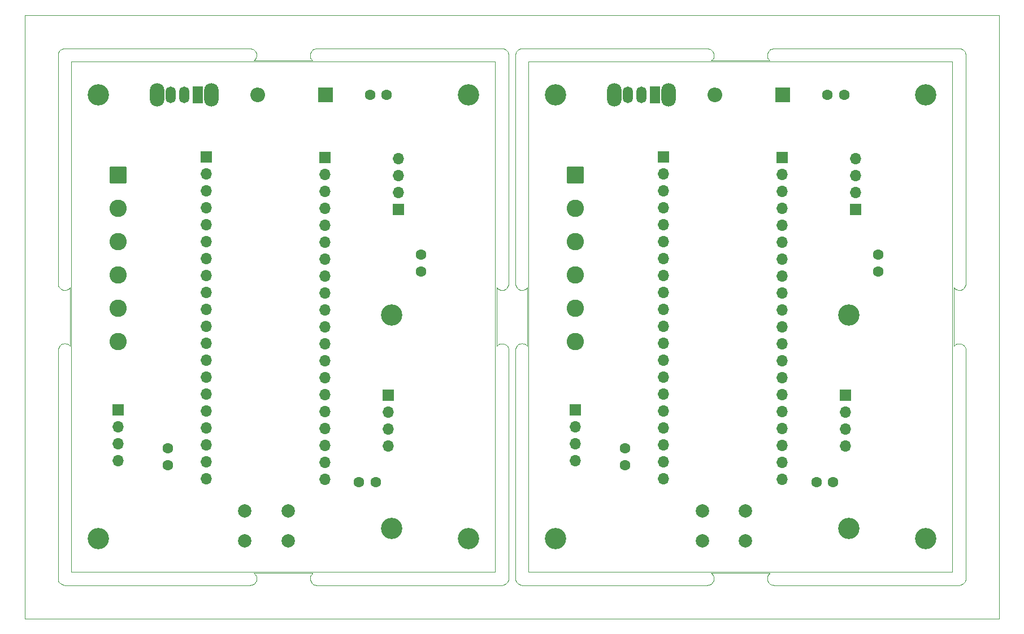
<source format=gbr>
G04 #@! TF.GenerationSoftware,KiCad,Pcbnew,9.0.0*
G04 #@! TF.CreationDate,2025-03-16T21:50:12+01:00*
G04 #@! TF.ProjectId,lightThermo_panel,6c696768-7454-4686-9572-6d6f5f70616e,1.1*
G04 #@! TF.SameCoordinates,PX3f9c2e0PY1312d00*
G04 #@! TF.FileFunction,Soldermask,Top*
G04 #@! TF.FilePolarity,Negative*
%FSLAX46Y46*%
G04 Gerber Fmt 4.6, Leading zero omitted, Abs format (unit mm)*
G04 Created by KiCad (PCBNEW 9.0.0) date 2025-03-16 21:50:12*
%MOMM*%
%LPD*%
G01*
G04 APERTURE LIST*
G04 Aperture macros list*
%AMRoundRect*
0 Rectangle with rounded corners*
0 $1 Rounding radius*
0 $2 $3 $4 $5 $6 $7 $8 $9 X,Y pos of 4 corners*
0 Add a 4 corners polygon primitive as box body*
4,1,4,$2,$3,$4,$5,$6,$7,$8,$9,$2,$3,0*
0 Add four circle primitives for the rounded corners*
1,1,$1+$1,$2,$3*
1,1,$1+$1,$4,$5*
1,1,$1+$1,$6,$7*
1,1,$1+$1,$8,$9*
0 Add four rect primitives between the rounded corners*
20,1,$1+$1,$2,$3,$4,$5,0*
20,1,$1+$1,$4,$5,$6,$7,0*
20,1,$1+$1,$6,$7,$8,$9,0*
20,1,$1+$1,$8,$9,$2,$3,0*%
G04 Aperture macros list end*
%ADD10C,3.200000*%
%ADD11R,1.700000X1.700000*%
%ADD12O,1.700000X1.700000*%
%ADD13C,1.600000*%
%ADD14RoundRect,0.250000X-1.050000X1.050000X-1.050000X-1.050000X1.050000X-1.050000X1.050000X1.050000X0*%
%ADD15C,2.600000*%
%ADD16C,2.000000*%
%ADD17O,2.200000X3.500000*%
%ADD18R,1.500000X2.500000*%
%ADD19O,1.500000X2.500000*%
%ADD20R,2.200000X2.200000*%
%ADD21O,2.200000X2.200000*%
G04 #@! TA.AperFunction,Profile*
%ADD22C,0.100000*%
G04 #@! TD*
G04 APERTURE END LIST*
D10*
G04 #@! TO.C,H1*
X11000000Y-12000000D03*
G04 #@! TD*
G04 #@! TO.C,H5*
X123500000Y-45000000D03*
G04 #@! TD*
G04 #@! TO.C,H2*
X135000000Y-12000000D03*
G04 #@! TD*
D11*
G04 #@! TO.C,J3*
X14025000Y-59200000D03*
D12*
X14025000Y-61740000D03*
X14025000Y-64280000D03*
X14025000Y-66820000D03*
G04 #@! TD*
D13*
G04 #@! TO.C,C4*
X59350000Y-35950000D03*
X59350000Y-38450000D03*
G04 #@! TD*
D11*
G04 #@! TO.C,J3*
X82525000Y-59200000D03*
D12*
X82525000Y-61740000D03*
X82525000Y-64280000D03*
X82525000Y-66820000D03*
G04 #@! TD*
D14*
G04 #@! TO.C,J6*
X82500000Y-24000000D03*
D15*
X82500000Y-29000000D03*
X82500000Y-34000000D03*
X82500000Y-39000000D03*
X82500000Y-44000000D03*
X82500000Y-49000000D03*
G04 #@! TD*
D16*
G04 #@! TO.C,SW2*
X101500000Y-74380000D03*
X108000000Y-74380000D03*
X101500000Y-78880000D03*
X108000000Y-78880000D03*
G04 #@! TD*
D11*
G04 #@! TO.C,J1*
X45000000Y-21320000D03*
D12*
X45000000Y-23860000D03*
X45000000Y-26400000D03*
X45000000Y-28940000D03*
X45000000Y-31480000D03*
X45000000Y-34020000D03*
X45000000Y-36560000D03*
X45000000Y-39100000D03*
X45000000Y-41640000D03*
X45000000Y-44180000D03*
X45000000Y-46720000D03*
X45000000Y-49260000D03*
X45000000Y-51800000D03*
X45000000Y-54340000D03*
X45000000Y-56880000D03*
X45000000Y-59420000D03*
X45000000Y-61960000D03*
X45000000Y-64500000D03*
X45000000Y-67040000D03*
X45000000Y-69580000D03*
G04 #@! TD*
D11*
G04 #@! TO.C,J2*
X27220000Y-21295000D03*
D12*
X27220000Y-23835000D03*
X27220000Y-26375000D03*
X27220000Y-28915000D03*
X27220000Y-31455000D03*
X27220000Y-33995000D03*
X27220000Y-36535000D03*
X27220000Y-39075000D03*
X27220000Y-41615000D03*
X27220000Y-44155000D03*
X27220000Y-46695000D03*
X27220000Y-49235000D03*
X27220000Y-51775000D03*
X27220000Y-54315000D03*
X27220000Y-56855000D03*
X27220000Y-59395000D03*
X27220000Y-61935000D03*
X27220000Y-64475000D03*
X27220000Y-67015000D03*
X27220000Y-69555000D03*
G04 #@! TD*
D10*
G04 #@! TO.C,H1*
X79500000Y-12000000D03*
G04 #@! TD*
D13*
G04 #@! TO.C,C1*
X122750000Y-12000000D03*
X120250000Y-12000000D03*
G04 #@! TD*
D11*
G04 #@! TO.C,J2*
X95720000Y-21295000D03*
D12*
X95720000Y-23835000D03*
X95720000Y-26375000D03*
X95720000Y-28915000D03*
X95720000Y-31455000D03*
X95720000Y-33995000D03*
X95720000Y-36535000D03*
X95720000Y-39075000D03*
X95720000Y-41615000D03*
X95720000Y-44155000D03*
X95720000Y-46695000D03*
X95720000Y-49235000D03*
X95720000Y-51775000D03*
X95720000Y-54315000D03*
X95720000Y-56855000D03*
X95720000Y-59395000D03*
X95720000Y-61935000D03*
X95720000Y-64475000D03*
X95720000Y-67015000D03*
X95720000Y-69555000D03*
G04 #@! TD*
D10*
G04 #@! TO.C,H4*
X135000000Y-78500000D03*
G04 #@! TD*
D13*
G04 #@! TO.C,C3*
X121100000Y-70050000D03*
X118600000Y-70050000D03*
G04 #@! TD*
D10*
G04 #@! TO.C,H2*
X66500000Y-12000000D03*
G04 #@! TD*
G04 #@! TO.C,H6*
X123500000Y-77000000D03*
G04 #@! TD*
D17*
G04 #@! TO.C,SW1*
X28000000Y-12000000D03*
X19800000Y-12000000D03*
D18*
X25900000Y-12000000D03*
D19*
X23900000Y-12000000D03*
X21900000Y-12000000D03*
G04 #@! TD*
D11*
G04 #@! TO.C,J5*
X123000000Y-56960000D03*
D12*
X123000000Y-59500000D03*
X123000000Y-62040000D03*
X123000000Y-64580000D03*
G04 #@! TD*
D10*
G04 #@! TO.C,H5*
X55000000Y-45000000D03*
G04 #@! TD*
D13*
G04 #@! TO.C,C2*
X89950000Y-65000000D03*
X89950000Y-67500000D03*
G04 #@! TD*
D16*
G04 #@! TO.C,SW2*
X33000000Y-74380000D03*
X39500000Y-74380000D03*
X33000000Y-78880000D03*
X39500000Y-78880000D03*
G04 #@! TD*
D10*
G04 #@! TO.C,H6*
X55000000Y-77000000D03*
G04 #@! TD*
G04 #@! TO.C,H4*
X66500000Y-78500000D03*
G04 #@! TD*
D11*
G04 #@! TO.C,J4*
X124500000Y-29150000D03*
D12*
X124500000Y-26610000D03*
X124500000Y-24070000D03*
X124500000Y-21530000D03*
G04 #@! TD*
D14*
G04 #@! TO.C,J6*
X14000000Y-24000000D03*
D15*
X14000000Y-29000000D03*
X14000000Y-34000000D03*
X14000000Y-39000000D03*
X14000000Y-44000000D03*
X14000000Y-49000000D03*
G04 #@! TD*
D10*
G04 #@! TO.C,H3*
X79500000Y-78500000D03*
G04 #@! TD*
D11*
G04 #@! TO.C,J4*
X56000000Y-29150000D03*
D12*
X56000000Y-26610000D03*
X56000000Y-24070000D03*
X56000000Y-21530000D03*
G04 #@! TD*
D13*
G04 #@! TO.C,C2*
X21450000Y-65000000D03*
X21450000Y-67500000D03*
G04 #@! TD*
G04 #@! TO.C,C1*
X54250000Y-12000000D03*
X51750000Y-12000000D03*
G04 #@! TD*
D10*
G04 #@! TO.C,H3*
X11000000Y-78500000D03*
G04 #@! TD*
D20*
G04 #@! TO.C,D1*
X45080000Y-12000000D03*
D21*
X34920000Y-12000000D03*
G04 #@! TD*
D11*
G04 #@! TO.C,J5*
X54500000Y-56960000D03*
D12*
X54500000Y-59500000D03*
X54500000Y-62040000D03*
X54500000Y-64580000D03*
G04 #@! TD*
D11*
G04 #@! TO.C,J1*
X113500000Y-21320000D03*
D12*
X113500000Y-23860000D03*
X113500000Y-26400000D03*
X113500000Y-28940000D03*
X113500000Y-31480000D03*
X113500000Y-34020000D03*
X113500000Y-36560000D03*
X113500000Y-39100000D03*
X113500000Y-41640000D03*
X113500000Y-44180000D03*
X113500000Y-46720000D03*
X113500000Y-49260000D03*
X113500000Y-51800000D03*
X113500000Y-54340000D03*
X113500000Y-56880000D03*
X113500000Y-59420000D03*
X113500000Y-61960000D03*
X113500000Y-64500000D03*
X113500000Y-67040000D03*
X113500000Y-69580000D03*
G04 #@! TD*
D13*
G04 #@! TO.C,C4*
X127850000Y-35950000D03*
X127850000Y-38450000D03*
G04 #@! TD*
G04 #@! TO.C,C3*
X52600000Y-70050000D03*
X50100000Y-70050000D03*
G04 #@! TD*
D17*
G04 #@! TO.C,SW1*
X96500000Y-12000000D03*
X88300000Y-12000000D03*
D18*
X94400000Y-12000000D03*
D19*
X92400000Y-12000000D03*
X90400000Y-12000000D03*
G04 #@! TD*
D20*
G04 #@! TO.C,D1*
X113580000Y-12000000D03*
D21*
X103420000Y-12000000D03*
G04 #@! TD*
D22*
X102587552Y-85441602D02*
X102397583Y-85489187D01*
X72096103Y-85303404D02*
X71928127Y-85404085D01*
X72489187Y-40397583D02*
X72441602Y-40587552D01*
X140596103Y-41053404D02*
X140428127Y-41154085D01*
X111251203Y-5949981D02*
X111279939Y-5756262D01*
X75014588Y-49392129D02*
X75171887Y-49508790D01*
X43150140Y-6800000D02*
X43008790Y-6671887D01*
X71352416Y-41239187D02*
X71162447Y-41191602D01*
X71928127Y-41154085D02*
X71743737Y-41220060D01*
X103239187Y-6147583D02*
X103191602Y-6337552D01*
X5076044Y-49866699D02*
X5168362Y-49693985D01*
X102884758Y-85273237D02*
X102764588Y-85357870D01*
X43008790Y-6671887D02*
X42892129Y-6514588D01*
X139200000Y-40849859D02*
X139200000Y-49653445D01*
X5999012Y-5000000D02*
X33750987Y-5000000D01*
X73519195Y-50054104D02*
X73576044Y-49866699D01*
X75171887Y-40991209D02*
X75014588Y-41107870D01*
X43042600Y-85207399D02*
X42918362Y-85056014D01*
X5616699Y-49326044D02*
X5804104Y-49269195D01*
X111345914Y-84928127D02*
X111279939Y-84743737D01*
X71256262Y-49279939D02*
X71401080Y-49254810D01*
X70985411Y-41107870D02*
X70828112Y-40991209D01*
X5000000Y-84500987D02*
X5000000Y-50249012D01*
X34581637Y-83943985D02*
X34654085Y-84071872D01*
X102850049Y-83700000D02*
X102957399Y-83792600D01*
X140428127Y-5095914D02*
X140596103Y-5196595D01*
X6514588Y-41107870D02*
X6337552Y-41191602D01*
X43366699Y-85423955D02*
X43193985Y-85331637D01*
X75500000Y-7000000D02*
X139000000Y-7000000D01*
X34748796Y-5949981D02*
X34739187Y-6147583D01*
X42808397Y-84162447D02*
X42892129Y-83985411D01*
X72404085Y-49821872D02*
X72480804Y-50054104D01*
X71928127Y-85404085D02*
X71695895Y-85480804D01*
X71647583Y-49260812D02*
X71790994Y-49293016D01*
X73758790Y-40921887D02*
X73642129Y-40764588D01*
X6671887Y-40991209D02*
X6514588Y-41107870D01*
X140904085Y-49821872D02*
X140980804Y-50054104D01*
X111345914Y-5571872D02*
X111446595Y-5403896D01*
X74499012Y-85500000D02*
X74304104Y-85480804D01*
X111735411Y-85357870D02*
X111578112Y-85241209D01*
X102397583Y-85489187D02*
X102250987Y-85500000D01*
X42808397Y-6337552D02*
X42760812Y-6147583D01*
X5226762Y-85134758D02*
X5142129Y-85014588D01*
X34654085Y-84928127D02*
X34581637Y-85056014D01*
X5804104Y-5019195D02*
X5999012Y-5000000D01*
X139756262Y-49279939D02*
X139901080Y-49254810D01*
X73558397Y-5662447D02*
X73617960Y-5528074D01*
X102764588Y-5142129D02*
X102921887Y-5258790D01*
X74837552Y-49308397D02*
X75014588Y-49392129D01*
X42750000Y-84499012D02*
X42760812Y-84352416D01*
X71550018Y-41248796D02*
X71352416Y-41239187D01*
X42826044Y-84883300D02*
X42769195Y-84695895D01*
X103239187Y-84352416D02*
X103250000Y-84499012D01*
X5804104Y-85480804D02*
X5571872Y-85404085D01*
X34720060Y-5756262D02*
X34748796Y-5949981D01*
X103154085Y-84071872D02*
X103206983Y-84209005D01*
X73500000Y-50249012D02*
X73519195Y-50054104D01*
X74499012Y-5000000D02*
X102250987Y-5000000D01*
X141000000Y-40250987D02*
X140989187Y-40397583D01*
X5010812Y-84647583D02*
X5000000Y-84500987D01*
X141000000Y-50249012D02*
X141000000Y-84500987D01*
X34264588Y-5142129D02*
X34421887Y-5258790D01*
X111446595Y-5403896D02*
X111578112Y-5258790D01*
X34706983Y-84209005D02*
X34739187Y-84352416D01*
X34491209Y-85171887D02*
X34384758Y-85273237D01*
X74071872Y-41154085D02*
X73903896Y-41053404D01*
X139485411Y-49392129D02*
X139616699Y-49326044D01*
X73642129Y-85014588D02*
X73558397Y-84837552D01*
X34739187Y-84647583D02*
X34706983Y-84790994D01*
X139200000Y-49653445D02*
X139258790Y-49578112D01*
X43193985Y-85331637D02*
X43042600Y-85207399D01*
X111392129Y-6514588D02*
X111308397Y-6337552D01*
X139258790Y-49578112D02*
X139365241Y-49476762D01*
X34491209Y-83828112D02*
X34581637Y-83943985D01*
X34384758Y-83726762D02*
X34491209Y-83828112D01*
X5058397Y-5662447D02*
X5117960Y-5528074D01*
X70985411Y-49392129D02*
X71116699Y-49326044D01*
X74304104Y-49269195D02*
X74500987Y-49250000D01*
X33750987Y-5000000D02*
X33897583Y-5010812D01*
X140741209Y-40921887D02*
X140596103Y-41053404D01*
X102250987Y-85500000D02*
X74499012Y-85500000D01*
X112249012Y-85500000D02*
X112102416Y-85489187D01*
X103248796Y-5949981D02*
X103239187Y-6147583D01*
X34349859Y-6800000D02*
X43150140Y-6800000D01*
X1245Y-270D02*
X735Y-90499574D01*
X43749012Y-5000000D02*
X71500987Y-5000000D01*
X102991209Y-6671887D02*
X102849859Y-6800000D01*
X42946595Y-5403896D02*
X43078112Y-5258790D01*
X74304104Y-5019195D02*
X74499012Y-5000000D01*
X140290994Y-49293016D02*
X140428127Y-49345914D01*
X111251203Y-84550018D02*
X111254810Y-84401080D01*
X5010812Y-40397583D02*
X5000000Y-40250987D01*
X34706983Y-84790994D02*
X34654085Y-84928127D01*
X73792600Y-49542600D02*
X73943985Y-49418362D01*
X111446595Y-85096103D02*
X111345914Y-84928127D01*
X34654085Y-5571872D02*
X34720060Y-5756262D01*
X103107870Y-6514588D02*
X102991209Y-6671887D01*
X73903896Y-5196595D02*
X74071872Y-5095914D01*
X139852416Y-41239187D02*
X139662447Y-41191602D01*
X140882039Y-5528074D02*
X140941602Y-5662447D01*
X5168362Y-49693985D02*
X5292600Y-49542600D01*
X111650140Y-6800000D02*
X111508790Y-6671887D01*
X72357870Y-40764588D02*
X72241209Y-40921887D01*
X72382039Y-5528074D02*
X72441602Y-5662447D01*
X34087552Y-85441602D02*
X33897583Y-85489187D01*
X5142129Y-40764588D02*
X5058397Y-40587552D01*
X73726762Y-85134758D02*
X73642129Y-85014588D01*
X5000000Y-40250987D02*
X5000000Y-5999012D01*
X71695895Y-5019195D02*
X71928127Y-5095914D01*
X140596103Y-85303404D02*
X140428127Y-85404085D01*
X34087552Y-5058397D02*
X34264588Y-5142129D01*
X102849859Y-6800000D02*
X111650140Y-6800000D01*
X70865241Y-49476762D02*
X70985411Y-49392129D01*
X5058397Y-84837552D02*
X5010812Y-84647583D01*
X111279939Y-5756262D02*
X111345914Y-5571872D01*
X73668362Y-49693985D02*
X73792600Y-49542600D01*
X74116699Y-49326044D02*
X74304104Y-49269195D01*
X74500987Y-49250000D02*
X74647583Y-49260812D01*
X73903896Y-85303404D02*
X73726762Y-85134758D01*
X103206983Y-84209005D02*
X103239187Y-84352416D01*
X145999574Y-90499264D02*
X145999264Y-425D01*
X103191602Y-6337552D02*
X103107870Y-6514588D01*
X139328112Y-40991209D02*
X139200000Y-40849859D01*
X5804104Y-49269195D02*
X5999012Y-49250000D01*
X70828112Y-40991209D02*
X70700000Y-40849859D01*
X145999264Y-425D02*
X1245Y-270D01*
X43078112Y-5258790D02*
X43235411Y-5142129D01*
X34654085Y-84071872D02*
X34706983Y-84209005D01*
X5365241Y-5226762D02*
X5571872Y-5095914D01*
X73558397Y-40587552D02*
X73510812Y-40397583D01*
X5117960Y-5528074D02*
X5226762Y-5365241D01*
X139000000Y-83500000D02*
X75500000Y-83500000D01*
X103081637Y-85056014D02*
X102991209Y-85171887D01*
X72441602Y-5662447D02*
X72489187Y-5852416D01*
X102587552Y-5058397D02*
X102764588Y-5142129D01*
X72500000Y-40250987D02*
X72489187Y-40397583D01*
X6147583Y-49260812D02*
X6337552Y-49308397D01*
X140050018Y-41248796D02*
X139852416Y-41239187D01*
X140428127Y-85404085D02*
X140195895Y-85480804D01*
X6147583Y-41239187D02*
X5949981Y-41248796D01*
X43412447Y-5058397D02*
X43602416Y-5010812D01*
X73510812Y-84647583D02*
X73500000Y-84500987D01*
X6337552Y-41191602D02*
X6147583Y-41239187D01*
X5292600Y-49542600D02*
X5443985Y-49418362D01*
X43008790Y-83828112D02*
X43150140Y-83700000D01*
X74304104Y-85480804D02*
X74071872Y-85404085D01*
X73500000Y-84500987D02*
X73500000Y-50249012D01*
X34384758Y-85273237D02*
X34221925Y-85382039D01*
X33897583Y-5010812D02*
X34087552Y-5058397D01*
X111508790Y-6671887D02*
X111392129Y-6514588D01*
X72489187Y-84647583D02*
X72441602Y-84837552D01*
X6337552Y-49308397D02*
X6514588Y-49392129D01*
X5571872Y-5095914D02*
X5804104Y-5019195D01*
X140882039Y-84971925D02*
X140773237Y-85134758D01*
X6671887Y-49508790D02*
X6800000Y-49650140D01*
X111655294Y-83700000D02*
X102850049Y-83700000D01*
X140147583Y-49260812D02*
X140290994Y-49293016D01*
X5571872Y-41154085D02*
X5403896Y-41053404D01*
X72441602Y-40587552D02*
X72357870Y-40764588D01*
X42892129Y-6514588D02*
X42808397Y-6337552D01*
X43150140Y-83700000D02*
X34346758Y-83700000D01*
X140428127Y-41154085D02*
X140243737Y-41220060D01*
X42751203Y-5949981D02*
X42779939Y-5756262D01*
X42760812Y-84352416D02*
X42808397Y-84162447D01*
X74071872Y-5095914D02*
X74304104Y-5019195D01*
X75171887Y-49508790D02*
X75300000Y-49650140D01*
X34750000Y-84499012D02*
X34739187Y-84647583D01*
X71790994Y-49293016D02*
X71928127Y-49345914D01*
X111260812Y-6147583D02*
X111251203Y-5949981D01*
X111615241Y-83726762D02*
X111655294Y-83700000D01*
X141000000Y-84500987D02*
X140989187Y-84647583D01*
X43602416Y-5010812D02*
X43749012Y-5000000D01*
X5000000Y-50249012D02*
X5019195Y-50054104D01*
X34221925Y-85382039D02*
X34087552Y-85441602D01*
X112102416Y-85489187D02*
X111912447Y-85441602D01*
X75300000Y-40849859D02*
X75171887Y-40991209D01*
X102921887Y-5258790D02*
X103053404Y-5403896D01*
X140195895Y-5019195D02*
X140428127Y-5095914D01*
X139365241Y-49476762D02*
X139485411Y-49392129D01*
X70500000Y-83500000D02*
X7000000Y-83500000D01*
X7000000Y-7000000D02*
X70500000Y-7000000D01*
X140428127Y-49345914D02*
X140634758Y-49476762D01*
X42918362Y-85056014D02*
X42826044Y-84883300D01*
X72273237Y-5365241D02*
X72382039Y-5528074D01*
X111912447Y-5058397D02*
X112102416Y-5010812D01*
X111308397Y-6337552D02*
X111260812Y-6147583D01*
X72096103Y-41053404D02*
X71928127Y-41154085D01*
X140941602Y-5662447D02*
X140989187Y-5852416D01*
X34553404Y-5403896D02*
X34654085Y-5571872D01*
X140773237Y-85134758D02*
X140596103Y-85303404D01*
X42760812Y-6147583D02*
X42751203Y-5949981D01*
X5949981Y-41248796D02*
X5756262Y-41220060D01*
X34421887Y-5258790D02*
X34553404Y-5403896D01*
X140941602Y-84837552D02*
X140882039Y-84971925D01*
X140243737Y-41220060D02*
X140050018Y-41248796D01*
X141000000Y-5999012D02*
X141000000Y-40250987D01*
X6800000Y-40849859D02*
X6671887Y-40991209D01*
X74837552Y-41191602D02*
X74647583Y-41239187D01*
X103220060Y-5756262D02*
X103248796Y-5949981D01*
X111912447Y-85441602D02*
X111735411Y-85357870D01*
X75014588Y-41107870D02*
X74837552Y-41191602D01*
X103154085Y-84928127D02*
X103081637Y-85056014D01*
X140941602Y-40587552D02*
X140857870Y-40764588D01*
X111293016Y-84209005D02*
X111367960Y-84028074D01*
X5756262Y-41220060D02*
X5571872Y-41154085D01*
X34607870Y-6514588D02*
X34491209Y-6671887D01*
X102250987Y-5000000D02*
X102397583Y-5010812D01*
X72241209Y-40921887D02*
X72096103Y-41053404D01*
X75300000Y-49650140D02*
X75300000Y-40849859D01*
X34346758Y-83700000D02*
X34384758Y-83726762D01*
X111367960Y-84028074D02*
X111476762Y-83865241D01*
X71500987Y-85500000D02*
X43749012Y-85500000D01*
X71743737Y-41220060D02*
X71550018Y-41248796D01*
X72500000Y-50249012D02*
X72500000Y-84500987D01*
X140989187Y-40397583D02*
X140941602Y-40587552D01*
X112249012Y-5000000D02*
X140000987Y-5000000D01*
X33897583Y-85489187D02*
X33750987Y-85500000D01*
X5999012Y-49250000D02*
X6147583Y-49260812D01*
X5010812Y-5852416D02*
X5058397Y-5662447D01*
X34581637Y-85056014D02*
X34491209Y-85171887D01*
X42845914Y-5571872D02*
X42946595Y-5403896D01*
X140596103Y-5196595D02*
X140773237Y-5365241D01*
X140857870Y-40764588D02*
X140741209Y-40921887D01*
X34739187Y-6147583D02*
X34691602Y-6337552D01*
X73943985Y-49418362D02*
X74116699Y-49326044D01*
X73576044Y-49866699D02*
X73668362Y-49693985D01*
X103250000Y-84499012D02*
X103239187Y-84647583D01*
X139485411Y-41107870D02*
X139328112Y-40991209D01*
X5000000Y-5999012D02*
X5010812Y-5852416D01*
X139901080Y-49254810D02*
X140147583Y-49260812D01*
X5999012Y-85500000D02*
X5804104Y-85480804D01*
X5142129Y-85014588D02*
X5058397Y-84837552D01*
X34491209Y-6671887D02*
X34349859Y-6800000D01*
X43554104Y-85480804D02*
X43366699Y-85423955D01*
X33750987Y-85500000D02*
X5999012Y-85500000D01*
X6800000Y-49650140D02*
X6800000Y-40849859D01*
X139662447Y-41191602D02*
X139485411Y-41107870D01*
X73617960Y-5528074D02*
X73726762Y-5365241D01*
X111476762Y-83865241D02*
X111615241Y-83726762D01*
X71928127Y-49345914D02*
X72134758Y-49476762D01*
X71401080Y-49254810D02*
X71647583Y-49260812D01*
X71116699Y-49326044D02*
X71256262Y-49279939D01*
X103154085Y-5571872D02*
X103220060Y-5756262D01*
X103053404Y-83903896D02*
X103154085Y-84071872D01*
X73903896Y-41053404D02*
X73758790Y-40921887D01*
X42779939Y-5756262D02*
X42845914Y-5571872D01*
X112102416Y-5010812D02*
X112249012Y-5000000D01*
X103206983Y-84790994D02*
X103154085Y-84928127D01*
X140000987Y-85500000D02*
X112249012Y-85500000D01*
X111254810Y-84401080D02*
X111293016Y-84209005D01*
X72357870Y-85014588D02*
X72273237Y-85134758D01*
X5258790Y-40921887D02*
X5142129Y-40764588D01*
X102991209Y-85171887D02*
X102884758Y-85273237D01*
X735Y-90499574D02*
X145999574Y-90499264D01*
X43749012Y-85500000D02*
X43554104Y-85480804D01*
X73558397Y-84837552D02*
X73510812Y-84647583D01*
X70700000Y-49650321D02*
X70865241Y-49476762D01*
X74256262Y-41220060D02*
X74071872Y-41154085D01*
X70700000Y-40849859D02*
X70700000Y-49650321D01*
X111578112Y-85241209D02*
X111446595Y-85096103D01*
X34691602Y-6337552D02*
X34607870Y-6514588D01*
X140773237Y-49615241D02*
X140904085Y-49821872D01*
X43235411Y-5142129D02*
X43412447Y-5058397D01*
X5226762Y-5365241D02*
X5365241Y-5226762D01*
X140980804Y-50054104D02*
X141000000Y-50249012D01*
X74071872Y-85404085D02*
X73903896Y-85303404D01*
X72134758Y-49476762D02*
X72303404Y-49653896D01*
X71695895Y-85480804D02*
X71500987Y-85500000D01*
X7000000Y-83500000D02*
X7000000Y-7000000D01*
X5403896Y-85303404D02*
X5226762Y-85134758D01*
X73726762Y-5365241D02*
X73903896Y-5196595D01*
X140195895Y-85480804D02*
X140000987Y-85500000D01*
X72273237Y-85134758D02*
X72096103Y-85303404D01*
X5443985Y-49418362D02*
X5616699Y-49326044D01*
X111578112Y-5258790D02*
X111735411Y-5142129D01*
X111279939Y-84743737D02*
X111251203Y-84550018D01*
X72500000Y-5999012D02*
X72500000Y-40250987D01*
X102397583Y-5010812D02*
X102587552Y-5058397D01*
X5058397Y-40587552D02*
X5010812Y-40397583D01*
X111735411Y-5142129D02*
X111912447Y-5058397D01*
X72096103Y-5196595D02*
X72273237Y-5365241D01*
X6514588Y-49392129D02*
X6671887Y-49508790D01*
X42769195Y-84695895D02*
X42750000Y-84499012D01*
X74449981Y-41248796D02*
X74256262Y-41220060D01*
X140634758Y-49476762D02*
X140773237Y-49615241D01*
X103053404Y-5403896D02*
X103154085Y-5571872D01*
X73510812Y-40397583D02*
X73500000Y-40250987D01*
X71928127Y-5095914D02*
X72096103Y-5196595D01*
X139000000Y-7000000D02*
X139000000Y-83500000D01*
X140989187Y-5852416D02*
X141000000Y-5999012D01*
X74647583Y-49260812D02*
X74837552Y-49308397D01*
X71162447Y-41191602D02*
X70985411Y-41107870D01*
X74647583Y-41239187D02*
X74449981Y-41248796D01*
X140989187Y-84647583D02*
X140941602Y-84837552D01*
X140773237Y-5365241D02*
X140882039Y-5528074D01*
X70500000Y-7000000D02*
X70500000Y-83500000D01*
X34739187Y-84352416D02*
X34750000Y-84499012D01*
X73642129Y-40764588D02*
X73558397Y-40587552D01*
X42892129Y-83985411D02*
X43008790Y-83828112D01*
X102957399Y-83792600D02*
X103053404Y-83903896D01*
X139616699Y-49326044D02*
X139756262Y-49279939D01*
X72441602Y-84837552D02*
X72357870Y-85014588D01*
X5571872Y-85404085D02*
X5403896Y-85303404D01*
X72480804Y-50054104D02*
X72500000Y-50249012D01*
X72489187Y-5852416D02*
X72500000Y-5999012D01*
X5019195Y-50054104D02*
X5076044Y-49866699D01*
X5403896Y-41053404D02*
X5258790Y-40921887D01*
X73500000Y-40250987D02*
X73500000Y-5999012D01*
X73500000Y-5999012D02*
X73510812Y-5852416D01*
X140000987Y-5000000D02*
X140195895Y-5019195D01*
X103239187Y-84647583D02*
X103206983Y-84790994D01*
X72303404Y-49653896D02*
X72404085Y-49821872D01*
X71500987Y-5000000D02*
X71695895Y-5019195D01*
X73510812Y-5852416D02*
X73558397Y-5662447D01*
X102764588Y-85357870D02*
X102587552Y-85441602D01*
X72500000Y-84500987D02*
X72489187Y-84647583D01*
X75500000Y-83500000D02*
X75500000Y-7000000D01*
M02*

</source>
